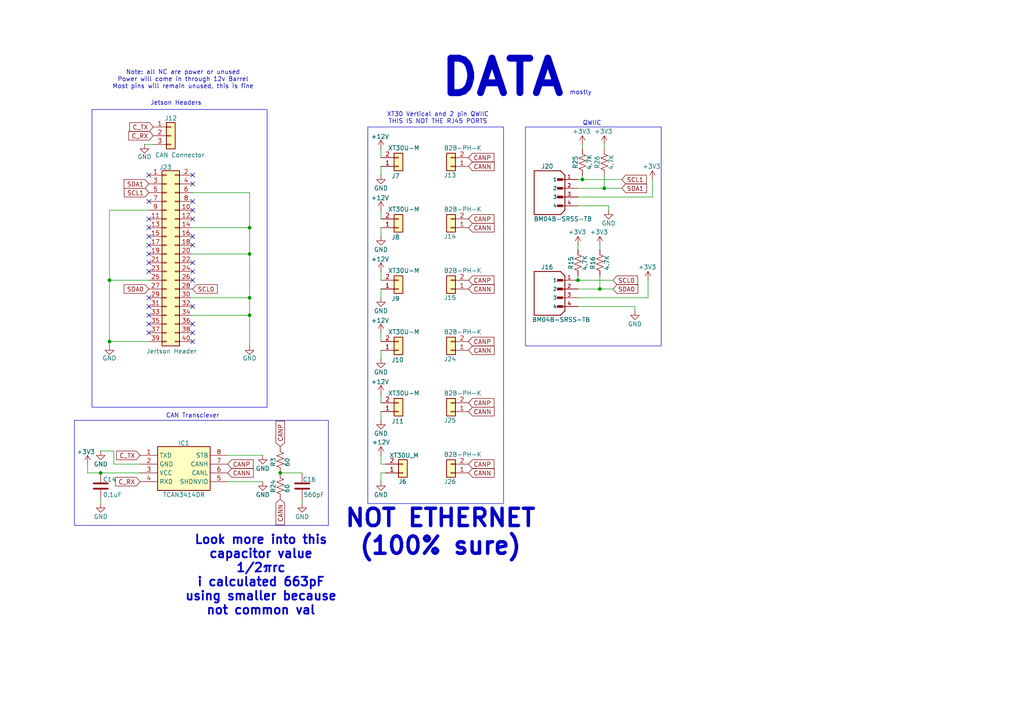
<source format=kicad_sch>
(kicad_sch (version 20250114) (generator "eeschema") (generator_version "9.0")
  (paper "A4")
  (title_block (title "Main Board 2025-2026") (date "2025-10-21") (rev "1.2") (company "GRR") (comment 1 "Currently WIP") (comment 2 "Sylvester Pudelko"))
  (lib_symbols
    (symbol "Connector_Generic:Conn_01x02" (pin_names (offset 1.016) (hide yes))
      (property "Reference" "J" (at 0 2.54 0))
      (property "Value" "Conn_01x02" (at 0 -5.08 0))
      (symbol "Conn_01x02_1_1"
        (rectangle (start -1.27 1.27) (end 1.27 -3.81) (stroke (width 0.254)) (fill (type background)))
        (rectangle (start -1.27 0.127) (end 0 -0.127) (stroke (width 0.1524)))
        (rectangle (start -1.27 -2.413) (end 0 -2.667) (stroke (width 0.1524)))
        (pin passive line (at -5.08 0 0) (length 3.81) (name "Pin_1") (number "1"))
        (pin passive line (at -5.08 -2.54 0) (length 3.81) (name "Pin_2") (number "2"))
      )
    )
    (symbol "Connector_Generic:Conn_01x03" (pin_names (offset 1.016) (hide yes))
      (property "Reference" "J" (at 0 5.08 0))
      (property "Value" "Conn_01x03" (at 0 -5.08 0))
      (symbol "Conn_01x03_1_1"
        (rectangle (start -1.27 3.81) (end 1.27 -3.81) (stroke (width 0.254)) (fill (type background)))
        (rectangle (start -1.27 2.667) (end 0 2.413) (stroke (width 0.1524)))
        (rectangle (start -1.27 0.127) (end 0 -0.127) (stroke (width 0.1524)))
        (rectangle (start -1.27 -2.413) (end 0 -2.667) (stroke (width 0.1524)))
        (pin passive line (at -5.08 2.54 0) (length 3.81) (name "Pin_1") (number "1"))
        (pin passive line (at -5.08 0 0) (length 3.81) (name "Pin_2") (number "2"))
        (pin passive line (at -5.08 -2.54 0) (length 3.81) (name "Pin_3") (number "3"))
      )
    )
    (symbol "Connector_Generic:Conn_02x20_Odd_Even" (pin_names (offset 1.016) (hide yes))
      (property "Reference" "J" (at 1.27 25.4 0))
      (property "Value" "Conn_02x20_Odd_Even" (at 1.27 -27.94 0))
      (symbol "Conn_02x20_Odd_Even_1_1"
        (rectangle (start -1.27 24.13) (end 3.81 -26.67) (stroke (width 0.254)) (fill (type background)))
        (rectangle (start -1.27 22.987) (end 0 22.733) (stroke (width 0.1524)))
        (rectangle (start -1.27 20.447) (end 0 20.193) (stroke (width 0.1524)))
        (rectangle (start -1.27 17.907) (end 0 17.653) (stroke (width 0.1524)))
        (rectangle (start -1.27 15.367) (end 0 15.113) (stroke (width 0.1524)))
        (rectangle (start -1.27 12.827) (end 0 12.573) (stroke (width 0.1524)))
        (rectangle (start -1.27 10.287) (end 0 10.033) (stroke (width 0.1524)))
        (rectangle (start -1.27 7.747) (end 0 7.493) (stroke (width 0.1524)))
        (rectangle (start -1.27 5.207) (end 0 4.953) (stroke (width 0.1524)))
        (rectangle (start -1.27 2.667) (end 0 2.413) (stroke (width 0.1524)))
        (rectangle (start -1.27 0.127) (end 0 -0.127) (stroke (width 0.1524)))
        (rectangle (start -1.27 -2.413) (end 0 -2.667) (stroke (width 0.1524)))
        (rectangle (start -1.27 -4.953) (end 0 -5.207) (stroke (width 0.1524)))
        (rectangle (start -1.27 -7.493) (end 0 -7.747) (stroke (width 0.1524)))
        (rectangle (start -1.27 -10.033) (end 0 -10.287) (stroke (width 0.1524)))
        (rectangle (start -1.27 -12.573) (end 0 -12.827) (stroke (width 0.1524)))
        (rectangle (start -1.27 -15.113) (end 0 -15.367) (stroke (width 0.1524)))
        (rectangle (start -1.27 -17.653) (end 0 -17.907) (stroke (width 0.1524)))
        (rectangle (start -1.27 -20.193) (end 0 -20.447) (stroke (width 0.1524)))
        (rectangle (start -1.27 -22.733) (end 0 -22.987) (stroke (width 0.1524)))
        (rectangle (start -1.27 -25.273) (end 0 -25.527) (stroke (width 0.1524)))
        (rectangle (start 3.81 22.987) (end 2.54 22.733) (stroke (width 0.1524)))
        (rectangle (start 3.81 20.447) (end 2.54 20.193) (stroke (width 0.1524)))
        (rectangle (start 3.81 17.907) (end 2.54 17.653) (stroke (width 0.1524)))
        (rectangle (start 3.81 15.367) (end 2.54 15.113) (stroke (width 0.1524)))
        (rectangle (start 3.81 12.827) (end 2.54 12.573) (stroke (width 0.1524)))
        (rectangle (start 3.81 10.287) (end 2.54 10.033) (stroke (width 0.1524)))
        (rectangle (start 3.81 7.747) (end 2.54 7.493) (stroke (width 0.1524)))
        (rectangle (start 3.81 5.207) (end 2.54 4.953) (stroke (width 0.1524)))
        (rectangle (start 3.81 2.667) (end 2.54 2.413) (stroke (width 0.1524)))
        (rectangle (start 3.81 0.127) (end 2.54 -0.127) (stroke (width 0.1524)))
        (rectangle (start 3.81 -2.413) (end 2.54 -2.667) (stroke (width 0.1524)))
        (rectangle (start 3.81 -4.953) (end 2.54 -5.207) (stroke (width 0.1524)))
        (rectangle (start 3.81 -7.493) (end 2.54 -7.747) (stroke (width 0.1524)))
        (rectangle (start 3.81 -10.033) (end 2.54 -10.287) (stroke (width 0.1524)))
        (rectangle (start 3.81 -12.573) (end 2.54 -12.827) (stroke (width 0.1524)))
        (rectangle (start 3.81 -15.113) (end 2.54 -15.367) (stroke (width 0.1524)))
        (rectangle (start 3.81 -17.653) (end 2.54 -17.907) (stroke (width 0.1524)))
        (rectangle (start 3.81 -20.193) (end 2.54 -20.447) (stroke (width 0.1524)))
        (rectangle (start 3.81 -22.733) (end 2.54 -22.987) (stroke (width 0.1524)))
        (rectangle (start 3.81 -25.273) (end 2.54 -25.527) (stroke (width 0.1524)))
        (pin passive line (at -5.08 22.86 0) (length 3.81) (name "Pin_1") (number "1"))
        (pin passive line (at -5.08 20.32 0) (length 3.81) (name "Pin_3") (number "3"))
        (pin passive line (at -5.08 17.78 0) (length 3.81) (name "Pin_5") (number "5"))
        (pin passive line (at -5.08 15.24 0) (length 3.81) (name "Pin_7") (number "7"))
        (pin passive line (at -5.08 12.7 0) (length 3.81) (name "Pin_9") (number "9"))
        (pin passive line (at -5.08 10.16 0) (length 3.81) (name "Pin_11") (number "11"))
        (pin passive line (at -5.08 7.62 0) (length 3.81) (name "Pin_13") (number "13"))
        (pin passive line (at -5.08 5.08 0) (length 3.81) (name "Pin_15") (number "15"))
        (pin passive line (at -5.08 2.54 0) (length 3.81) (name "Pin_17") (number "17"))
        (pin passive line (at -5.08 0 0) (length 3.81) (name "Pin_19") (number "19"))
        (pin passive line (at -5.08 -2.54 0) (length 3.81) (name "Pin_21") (number "21"))
        (pin passive line (at -5.08 -5.08 0) (length 3.81) (name "Pin_23") (number "23"))
        (pin passive line (at -5.08 -7.62 0) (length 3.81) (name "Pin_25") (number "25"))
        (pin passive line (at -5.08 -10.16 0) (length 3.81) (name "Pin_27") (number "27"))
        (pin passive line (at -5.08 -12.7 0) (length 3.81) (name "Pin_29") (number "29"))
        (pin passive line (at -5.08 -15.24 0) (length 3.81) (name "Pin_31") (number "31"))
        (pin passive line (at -5.08 -17.78 0) (length 3.81) (name "Pin_33") (number "33"))
        (pin passive line (at -5.08 -20.32 0) (length 3.81) (name "Pin_35") (number "35"))
        (pin passive line (at -5.08 -22.86 0) (length 3.81) (name "Pin_37") (number "37"))
        (pin passive line (at -5.08 -25.4 0) (length 3.81) (name "Pin_39") (number "39"))
        (pin passive line (at 7.62 22.86 180) (length 3.81) (name "Pin_2") (number "2"))
        (pin passive line (at 7.62 20.32 180) (length 3.81) (name "Pin_4") (number "4"))
        (pin passive line (at 7.62 17.78 180) (length 3.81) (name "Pin_6") (number "6"))
        (pin passive line (at 7.62 15.24 180) (length 3.81) (name "Pin_8") (number "8"))
        (pin passive line (at 7.62 12.7 180) (length 3.81) (name "Pin_10") (number "10"))
        (pin passive line (at 7.62 10.16 180) (length 3.81) (name "Pin_12") (number "12"))
        (pin passive line (at 7.62 7.62 180) (length 3.81) (name "Pin_14") (number "14"))
        (pin passive line (at 7.62 5.08 180) (length 3.81) (name "Pin_16") (number "16"))
        (pin passive line (at 7.62 2.54 180) (length 3.81) (name "Pin_18") (number "18"))
        (pin passive line (at 7.62 0 180) (length 3.81) (name "Pin_20") (number "20"))
        (pin passive line (at 7.62 -2.54 180) (length 3.81) (name "Pin_22") (number "22"))
        (pin passive line (at 7.62 -5.08 180) (length 3.81) (name "Pin_24") (number "24"))
        (pin passive line (at 7.62 -7.62 180) (length 3.81) (name "Pin_26") (number "26"))
        (pin passive line (at 7.62 -10.16 180) (length 3.81) (name "Pin_28") (number "28"))
        (pin passive line (at 7.62 -12.7 180) (length 3.81) (name "Pin_30") (number "30"))
        (pin passive line (at 7.62 -15.24 180) (length 3.81) (name "Pin_32") (number "32"))
        (pin passive line (at 7.62 -17.78 180) (length 3.81) (name "Pin_34") (number "34"))
        (pin passive line (at 7.62 -20.32 180) (length 3.81) (name "Pin_36") (number "36"))
        (pin passive line (at 7.62 -22.86 180) (length 3.81) (name "Pin_38") (number "38"))
        (pin passive line (at 7.62 -25.4 180) (length 3.81) (name "Pin_40") (number "40"))
      )
    )
    (symbol "Device:C" (pin_numbers (hide yes)) (pin_names (offset 0.254))
      (property "Reference" "C" (at 0.635 2.54 0))
      (property "Value" "C" (at 0.635 -2.54 0))
      (symbol "C_0_1"
        (polyline (pts (xy -2.032 0.762) (xy 2.032 0.762)) (stroke (width 0.508)))
        (polyline (pts (xy -2.032 -0.762) (xy 2.032 -0.762)) (stroke (width 0.508)))
      )
      (symbol "C_1_1"
        (pin passive line (at 0 3.81 270) (length 2.794) (name "~") (number "1"))
        (pin passive line (at 0 -3.81 90) (length 2.794) (name "~") (number "2"))
      )
    )
    (symbol "Device:R_US" (pin_numbers (hide yes)) (pin_names (offset 0))
      (property "Reference" "R" (at 2.54 0 90))
      (property "Value" "R_US" (at -2.54 0 90))
      (symbol "R_US_0_1"
        (polyline (pts (xy 0 2.286) (xy 0 2.54)))
        (polyline (pts (xy 0 2.286) (xy 1.016 1.905) (xy 0 1.524) (xy -1.016 1.143) (xy 0 0.762)))
        (polyline (pts (xy 0 0.762) (xy 1.016 0.381) (xy 0 0) (xy -1.016 -0.381) (xy 0 -0.762)))
        (polyline (pts (xy 0 -0.762) (xy 1.016 -1.143) (xy 0 -1.524) (xy -1.016 -1.905) (xy 0 -2.286)))
        (polyline (pts (xy 0 -2.286) (xy 0 -2.54)))
      )
      (symbol "R_US_1_1"
        (pin passive line (at 0 3.81 270) (length 1.27) (name "~") (number "1"))
        (pin passive line (at 0 -3.81 90) (length 1.27) (name "~") (number "2"))
      )
    )
    (symbol "QWIIC:PRT-14417" (pin_names (offset 1.016))
      (property "Reference" "J" (at -2.54 8.382 0))
      (property "Value" "PRT-14417" (at -2.54 -7.62 0))
      (symbol "PRT-14417_0_0"
        (polyline (pts (xy -3.81 6.35) (xy -3.81 -3.81)) (stroke (width 0.254)))
        (polyline (pts (xy -3.81 6.35) (xy -2.54 7.62)) (stroke (width 0.254)))
        (polyline (pts (xy -3.81 -3.81) (xy -2.54 -5.08)) (stroke (width 0.254)))
        (rectangle (start -3.175 4.7625) (end -1.5875 5.3975) (stroke (width 0.1)) (fill (type outline)))
        (rectangle (start -3.175 2.2225) (end -1.5875 2.8575) (stroke (width 0.1)) (fill (type outline)))
        (rectangle (start -3.175 -0.3175) (end -1.5875 0.3175) (stroke (width 0.1)) (fill (type outline)))
        (rectangle (start -3.175 -2.8575) (end -1.5875 -2.2225) (stroke (width 0.1)) (fill (type outline)))
        (polyline (pts (xy -2.54 -5.08) (xy 5.08 -5.08)) (stroke (width 0.254)))
        (polyline (pts (xy 5.08 7.62) (xy -2.54 7.62)) (stroke (width 0.254)))
        (polyline (pts (xy 5.08 -5.08) (xy 5.08 7.62)) (stroke (width 0.254)))
        (pin passive line (at -7.62 5.08 0) (length 5.08) (name "1") (number "1"))
        (pin passive line (at -7.62 2.54 0) (length 5.08) (name "2") (number "2"))
        (pin passive line (at -7.62 0 0) (length 5.08) (name "3") (number "3"))
        (pin passive line (at -7.62 -2.54 0) (length 5.08) (name "4") (number "4"))
      )
    )
    (symbol "TCAN3414DR:TCAN3414DR"
      (property "Reference" "IC1" (at 12.7 6.35 0))
      (property "Value" "TCAN3414DR" (at 12.7 3.81 0))
      (symbol "TCAN3414DR_1_1"
        (rectangle (start 5.08 2.54) (end 20.32 -10.16) (stroke (width 0.254)) (fill (type background)))
        (pin passive line (at 0 0 0) (length 5.08) (name "TXD") (number "1"))
        (pin passive line (at 0 -2.54 0) (length 5.08) (name "GND") (number "2"))
        (pin passive line (at 0 -5.08 0) (length 5.08) (name "VCC") (number "3"))
        (pin passive line (at 0 -7.62 0) (length 5.08) (name "RXD") (number "4"))
        (pin passive line (at 25.4 0 180) (length 5.08) (name "STB") (number "8"))
        (pin passive line (at 25.4 -2.54 180) (length 5.08) (name "CANH") (number "7"))
        (pin passive line (at 25.4 -5.08 180) (length 5.08) (name "CANL") (number "6"))
        (pin passive line (at 25.4 -7.62 180) (length 5.08) (name "SHDNVIO") (number "5"))
      )
    )
    (symbol "power:+12V" (power) (pin_numbers (hide yes)) (pin_names (offset 0) (hide yes))
      (property "Value" "+12V" (at 0 3.556 0))
      (symbol "+12V_0_1"
        (polyline (pts (xy -0.762 1.27) (xy 0 2.54)))
        (polyline (pts (xy 0 2.54) (xy 0.762 1.27)))
        (polyline (pts (xy 0 0) (xy 0 2.54)))
      )
      (symbol "+12V_1_1"
        (pin power_in line (at 0 0 90) (length 0) (name "~") (number "1"))
      )
    )
    (symbol "power:+3V3" (power) (pin_numbers (hide yes)) (pin_names (offset 0) (hide yes))
      (property "Value" "+3V3" (at 0 3.556 0))
      (symbol "+3V3_0_1"
        (polyline (pts (xy -0.762 1.27) (xy 0 2.54)))
        (polyline (pts (xy 0 2.54) (xy 0.762 1.27)))
        (polyline (pts (xy 0 0) (xy 0 2.54)))
      )
      (symbol "+3V3_1_1"
        (pin power_in line (at 0 0 90) (length 0) (name "~") (number "1"))
      )
    )
    (symbol "power:GND" (power) (pin_numbers (hide yes)) (pin_names (offset 0) (hide yes))
      (property "Value" "GND" (at 0 -3.81 0))
      (symbol "GND_0_1"
        (polyline (pts (xy 0 0) (xy 0 -1.27) (xy 1.27 -1.27) (xy 0 -2.54) (xy -1.27 -1.27) (xy 0 -1.27)))
      )
      (symbol "GND_1_1"
        (pin power_in line (at 0 0 270) (length 0) (name "~") (number "1"))
      )
    )
  )
  (rectangle (start 21.59 121.92) (end 95.25 152.4))
  (rectangle (start 152.4 36.83) (end 191.77 100.33))
  (rectangle (start 26.67 31.75) (end 77.47 118.11))
  (rectangle (start 106.68 36.83) (end 146.05 146.05))
  (text "Look more into this\ncapacitor value\n1/2πrc\ni calculated 663pF\nusing smaller because\nnot common val" (at 75.692 166.878 0) (effects (font (size 2.54 2.54) (thickness 0.508) (bold yes))))
  (text "mostly" (at 168.402 26.924 0) (effects (font (size 1.27 1.27))))
  (text "Note: all NC are power or unused\nPower will come in through 12v Barrel\nMost pins will remain unused, this is fine" (at 53.086 23.114 0) (effects (font (size 1.27 1.27))))
  (text "CAN Transciever" (at 55.88 120.65 0) (effects (font (size 1.27 1.27))))
  (text "Jetson Headers" (at 51.054 29.972 0) (effects (font (size 1.27 1.27))))
  (text "XT30 Vertical and 2 pin QWIIC\nTHIS IS NOT THE RJ45 PORTS" (at 127 34.29 0) (effects (font (size 1.27 1.27))))
  (text "DATA" (at 145.796 22.606 0) (effects (font (size 10 10) (thickness 2) (bold yes))))
  (text "NOT ETHERNET\n(100% sure)" (at 127.762 154.432 0) (effects (font (size 5 5) (thickness 1) (bold yes))))
  (text "QWIIC" (at 171.704 35.814 0) (effects (font (size 1.27 1.27))))
  (junction (at 72.39 91.44))
  (junction (at 72.39 66.04))
  (junction (at 29.21 137.16))
  (junction (at 175.26 54.61))
  (junction (at 81.28 137.16))
  (junction (at 72.39 86.36))
  (junction (at 72.39 73.66))
  (junction (at 173.99 83.82))
  (junction (at 31.75 81.28))
  (junction (at 168.91 52.07))
  (junction (at 31.75 99.06))
  (junction (at 167.64 81.28))
  (no_connect (at 55.88 88.9))
  (no_connect (at 43.18 66.04))
  (no_connect (at 55.88 68.58))
  (no_connect (at 43.18 76.2))
  (no_connect (at 55.88 58.42))
  (no_connect (at 55.88 78.74))
  (no_connect (at 55.88 63.5))
  (no_connect (at 43.18 68.58))
  (no_connect (at 43.18 78.74))
  (no_connect (at 43.18 73.66))
  (no_connect (at 55.88 60.96))
  (no_connect (at 43.18 88.9))
  (no_connect (at 55.88 81.28))
  (no_connect (at 43.18 63.5))
  (no_connect (at 55.88 50.8))
  (no_connect (at 43.18 96.52))
  (no_connect (at 55.88 99.06))
  (no_connect (at 43.18 58.42))
  (no_connect (at 43.18 71.12))
  (no_connect (at 55.88 53.34))
  (no_connect (at 55.88 71.12))
  (no_connect (at 55.88 76.2))
  (no_connect (at 55.88 93.98))
  (no_connect (at 43.18 91.44))
  (no_connect (at 43.18 86.36))
  (no_connect (at 43.18 93.98))
  (no_connect (at 55.88 96.52))
  (no_connect (at 43.18 50.8))
  (wire (pts (xy 110.49 96.52) (xy 110.49 99.06)))
  (wire (pts (xy 168.91 50.8) (xy 168.91 52.07)))
  (wire (pts (xy 72.39 73.66) (xy 72.39 86.36)))
  (wire (pts (xy 187.96 86.36) (xy 167.64 86.36)))
  (wire (pts (xy 168.91 41.91) (xy 168.91 43.18)))
  (wire (pts (xy 55.88 55.88) (xy 72.39 55.88)))
  (wire (pts (xy 110.49 60.96) (xy 110.49 63.5)))
  (wire (pts (xy 31.75 60.96) (xy 31.75 81.28)))
  (wire (pts (xy 43.18 81.28) (xy 31.75 81.28)))
  (wire (pts (xy 72.39 86.36) (xy 72.39 91.44)))
  (wire (pts (xy 25.4 134.62) (xy 25.4 137.16)))
  (wire (pts (xy 175.26 41.91) (xy 175.26 43.18)))
  (wire (pts (xy 184.15 90.17) (xy 184.15 88.9)))
  (wire (pts (xy 189.23 52.07) (xy 189.23 57.15)))
  (wire (pts (xy 41.91 41.91) (xy 44.45 41.91)))
  (wire (pts (xy 43.18 99.06) (xy 31.75 99.06)))
  (wire (pts (xy 167.64 71.12) (xy 167.64 72.39)))
  (wire (pts (xy 173.99 71.12) (xy 173.99 72.39)))
  (wire (pts (xy 173.99 83.82) (xy 167.64 83.82)))
  (wire (pts (xy 72.39 66.04) (xy 72.39 73.66)))
  (wire (pts (xy 43.18 60.96) (xy 31.75 60.96)))
  (wire (pts (xy 175.26 50.8) (xy 175.26 54.61)))
  (wire (pts (xy 110.49 114.3) (xy 110.49 116.84)))
  (wire (pts (xy 184.15 88.9) (xy 167.64 88.9)))
  (wire (pts (xy 167.64 80.01) (xy 167.64 81.28)))
  (wire (pts (xy 110.49 104.14) (xy 110.49 101.6)))
  (wire (pts (xy 29.21 137.16) (xy 40.64 137.16)))
  (wire (pts (xy 177.8 81.28) (xy 167.64 81.28)))
  (wire (pts (xy 55.88 91.44) (xy 72.39 91.44)))
  (wire (pts (xy 110.49 68.58) (xy 110.49 66.04)))
  (wire (pts (xy 168.91 52.07) (xy 167.64 52.07)))
  (wire (pts (xy 167.64 57.15) (xy 189.23 57.15)))
  (wire (pts (xy 110.49 132.08) (xy 110.49 134.62)))
  (wire (pts (xy 180.34 54.61) (xy 175.26 54.61)))
  (wire (pts (xy 55.88 86.36) (xy 72.39 86.36)))
  (wire (pts (xy 29.21 130.81) (xy 33.02 130.81)))
  (wire (pts (xy 176.53 59.69) (xy 167.64 59.69)))
  (wire (pts (xy 180.34 52.07) (xy 168.91 52.07)))
  (wire (pts (xy 31.75 99.06) (xy 31.75 100.33)))
  (wire (pts (xy 110.49 137.16) (xy 111.76 137.16)))
  (wire (pts (xy 55.88 66.04) (xy 72.39 66.04)))
  (wire (pts (xy 76.2 132.08) (xy 66.04 132.08)))
  (wire (pts (xy 173.99 80.01) (xy 173.99 83.82)))
  (wire (pts (xy 87.63 146.05) (xy 87.63 144.78)))
  (wire (pts (xy 76.2 139.7) (xy 66.04 139.7)))
  (wire (pts (xy 110.49 121.92) (xy 110.49 119.38)))
  (wire (pts (xy 81.28 137.16) (xy 87.63 137.16)))
  (wire (pts (xy 110.49 50.8) (xy 110.49 48.26)))
  (wire (pts (xy 110.49 43.18) (xy 110.49 45.72)))
  (wire (pts (xy 72.39 55.88) (xy 72.39 66.04)))
  (wire (pts (xy 31.75 81.28) (xy 31.75 99.06)))
  (wire (pts (xy 110.49 86.36) (xy 110.49 83.82)))
  (wire (pts (xy 187.96 81.28) (xy 187.96 86.36)))
  (wire (pts (xy 175.26 54.61) (xy 167.64 54.61)))
  (wire (pts (xy 25.4 137.16) (xy 29.21 137.16)))
  (wire (pts (xy 55.88 73.66) (xy 72.39 73.66)))
  (wire (pts (xy 72.39 91.44) (xy 72.39 100.33)))
  (wire (pts (xy 110.49 78.74) (xy 110.49 81.28)))
  (wire (pts (xy 110.49 139.7) (xy 110.49 137.16)))
  (wire (pts (xy 33.02 130.81) (xy 33.02 134.62)))
  (wire (pts (xy 177.8 83.82) (xy 173.99 83.82)))
  (wire (pts (xy 110.49 134.62) (xy 111.76 134.62)))
  (wire (pts (xy 176.53 60.96) (xy 176.53 59.69)))
  (wire (pts (xy 33.02 134.62) (xy 40.64 134.62)))
  (wire (pts (xy 29.21 146.05) (xy 29.21 144.78)))
  (global_label "CANP" (shape input) (at 135.89 81.28 0) (property "Intersheetrefs" "${INTERSHEET_REFS}" (effects (hide yes))))
  (global_label "SCL1" (shape input) (at 180.34 52.07 0) (property "Intersheetrefs" "${INTERSHEET_REFS}" (effects (hide yes))))
  (global_label "CANP" (shape input) (at 66.04 134.62 0) (property "Intersheetrefs" "${INTERSHEET_REFS}" (effects (hide yes))))
  (global_label "CANP" (shape input) (at 135.89 45.72 0) (property "Intersheetrefs" "${INTERSHEET_REFS}" (effects (hide yes))))
  (global_label "CANP" (shape input) (at 135.89 116.84 0) (property "Intersheetrefs" "${INTERSHEET_REFS}" (effects (hide yes))))
  (global_label "C_TX" (shape input) (at 40.64 132.08 180) (property "Intersheetrefs" "${INTERSHEET_REFS}" (effects (hide yes))))
  (global_label "CANN" (shape input) (at 135.89 119.38 0) (property "Intersheetrefs" "${INTERSHEET_REFS}" (effects (hide yes))))
  (global_label "SDA1" (shape input) (at 43.18 53.34 180) (property "Intersheetrefs" "${INTERSHEET_REFS}" (effects (hide yes))))
  (global_label "CANN" (shape input) (at 81.28 144.78 270) (property "Intersheetrefs" "${INTERSHEET_REFS}" (effects (hide yes))))
  (global_label "CANN" (shape input) (at 135.89 48.26 0) (property "Intersheetrefs" "${INTERSHEET_REFS}" (effects (hide yes))))
  (global_label "SCL0" (shape input) (at 55.88 83.82 0) (property "Intersheetrefs" "${INTERSHEET_REFS}" (effects (hide yes))))
  (global_label "SDA0" (shape input) (at 43.18 83.82 180) (property "Intersheetrefs" "${INTERSHEET_REFS}" (effects (hide yes))))
  (global_label "SDA0" (shape input) (at 177.8 83.82 0) (property "Intersheetrefs" "${INTERSHEET_REFS}" (effects (hide yes))))
  (global_label "CANN" (shape input) (at 135.89 66.04 0) (property "Intersheetrefs" "${INTERSHEET_REFS}" (effects (hide yes))))
  (global_label "CANN" (shape input) (at 66.04 137.16 0) (property "Intersheetrefs" "${INTERSHEET_REFS}" (effects (hide yes))))
  (global_label "CANP" (shape input) (at 135.89 99.06 0) (property "Intersheetrefs" "${INTERSHEET_REFS}" (effects (hide yes))))
  (global_label "CANN" (shape input) (at 135.89 101.6 0) (property "Intersheetrefs" "${INTERSHEET_REFS}" (effects (hide yes))))
  (global_label "C_RX" (shape input) (at 44.45 39.37 180) (property "Intersheetrefs" "${INTERSHEET_REFS}" (effects (hide yes))))
  (global_label "SCL0" (shape input) (at 177.8 81.28 0) (property "Intersheetrefs" "${INTERSHEET_REFS}" (effects (hide yes))))
  (global_label "C_TX" (shape input) (at 44.45 36.83 180) (property "Intersheetrefs" "${INTERSHEET_REFS}" (effects (hide yes))))
  (global_label "SDA1" (shape input) (at 180.34 54.61 0) (property "Intersheetrefs" "${INTERSHEET_REFS}" (effects (hide yes))))
  (global_label "SCL1" (shape input) (at 43.18 55.88 180) (property "Intersheetrefs" "${INTERSHEET_REFS}" (effects (hide yes))))
  (global_label "C_RX" (shape input) (at 40.64 139.7 180) (property "Intersheetrefs" "${INTERSHEET_REFS}" (effects (hide yes))))
  (global_label "CANP" (shape input) (at 81.28 129.54 90) (property "Intersheetrefs" "${INTERSHEET_REFS}" (effects (hide yes))))
  (global_label "CANN" (shape input) (at 135.89 137.16 0) (property "Intersheetrefs" "${INTERSHEET_REFS}" (effects (hide yes))))
  (global_label "CANP" (shape input) (at 135.89 134.62 0) (property "Intersheetrefs" "${INTERSHEET_REFS}" (effects (hide yes))))
  (global_label "CANN" (shape input) (at 135.89 83.82 0) (property "Intersheetrefs" "${INTERSHEET_REFS}" (effects (hide yes))))
  (global_label "CANP" (shape input) (at 135.89 63.5 0) (property "Intersheetrefs" "${INTERSHEET_REFS}" (effects (hide yes))))
  (symbol (lib_id "power:GND") (at 41.91 41.91 0) (unit 1)
    (property "Reference" "#PWR045" (effects (hide yes)))
    (property "Value" "GND" (at 41.91 45.466 0))
    (property "Description" "Power symbol creates a global label with name \"GND\" , ground" (effects (hide yes)))
  )
  (symbol (lib_id "Device:C") (at 87.63 140.97 0) (unit 1)
    (property "Reference" "C16" (at 87.757 139.0649 0) (effects (justify left)))
    (property "Value" "560pF" (at 88.011 143.5099 0) (effects (justify left)))
    (property "Footprint" "Capacitor_SMD:C_0805_2012Metric_Pad1.18x1.45mm_HandSolder" (effects (hide yes)))
    (property "Description" "Unpolarized capacitor" (effects (hide yes)))
  )
  (symbol (lib_id "power:+12V") (at 110.49 43.18 0) (unit 1)
    (property "Reference" "#PWR035" (effects (hide yes)))
    (property "Value" "+12V" (at 110.236 39.624 0))
    (property "Description" "Power symbol creates a global label with name \"+12V\"" (effects (hide yes)))
  )
  (symbol (lib_id "Connector_Generic:Conn_01x02") (at 130.81 83.82 180) (unit 1)
    (property "Reference" "J15" (at 132.334 86.3601 0) (effects (justify left)))
    (property "Value" "B2B-PH-K" (at 139.7 78.4861 0) (effects (justify left)))
    (property "Footprint" "Connector_JST:JST_PH_B2B-PH-K_1x02_P2.00mm_Vertical" (effects (hide yes)))
    (property "Description" "Generic connector, single row, 01x02, script generated (kicad-library-utils/schlib/autogen/connector/)" (effects (hide yes)))
  )
  (symbol (lib_id "Device:R_US") (at 175.26 46.99 0) (unit 1)
    (property "Reference" "R26" (at 173.228 49.0219 90) (effects (justify left)))
    (property "Value" "4.7K" (at 177.292 49.2759 90) (effects (justify left)))
    (property "Footprint" "Resistor_SMD:R_0805_2012Metric_Pad1.20x1.40mm_HandSolder" (effects (hide yes)))
    (property "Description" "Resistor, US symbol" (effects (hide yes)))
  )
  (symbol (lib_id "power:GND") (at 29.21 130.81 0) (unit 1)
    (property "Reference" "#PWR054" (effects (hide yes)))
    (property "Value" "GND" (at 29.21 134.62 0))
    (property "Description" "Power symbol creates a global label with name \"GND\" , ground" (effects (hide yes)))
  )
  (symbol (lib_id "Connector_Generic:Conn_01x02") (at 130.81 137.16 180) (unit 1)
    (property "Reference" "J26" (at 132.334 139.7001 0) (effects (justify left)))
    (property "Value" "B2B-PH-K" (at 139.7 131.8261 0) (effects (justify left)))
    (property "Footprint" "Connector_JST:JST_PH_B2B-PH-K_1x02_P2.00mm_Vertical" (effects (hide yes)))
    (property "Description" "Generic connector, single row, 01x02, script generated (kicad-library-utils/schlib/autogen/connector/)" (effects (hide yes)))
  )
  (symbol (lib_id "Connector_Generic:Conn_02x20_Odd_Even") (at 48.26 73.66 0) (unit 1)
    (property "Reference" "J23" (at 48.006 48.514 0))
    (property "Value" "Jertson Header" (at 49.784 101.854 0))
    (property "Footprint" "Connector_PinHeader_2.54mm:PinHeader_2x20_P2.54mm_Vertical" (effects (hide yes)))
    (property "Description" "Generic connector, double row, 02x20, odd/even pin numbering scheme (row 1 odd numbers, row 2 even numbers), script generated (kicad-library-utils/schlib/autogen/connector/)" (effects (hide yes)))
  )
  (symbol (lib_id "power:GND") (at 29.21 146.05 0) (unit 1)
    (property "Reference" "#PWR055" (effects (hide yes)))
    (property "Value" "GND" (at 29.21 149.86 0))
    (property "Description" "Power symbol creates a global label with name \"GND\" , ground" (effects (hide yes)))
  )
  (symbol (lib_id "Connector_Generic:Conn_01x02") (at 115.57 83.82 0) (mirror x) (unit 1)
    (property "Reference" "J9" (at 113.538 86.6141 0) (effects (justify left)))
    (property "Value" "XT30U-M" (at 112.522 78.4861 0) (effects (justify left)))
    (property "Footprint" "Connector_AMASS:AMASS_XT30U-M_1x02_P5.0mm_Vertical" (effects (hide yes)))
    (property "Description" "Generic connector, single row, 01x02, script generated (kicad-library-utils/schlib/autogen/connector/)" (effects (hide yes)))
  )
  (symbol (lib_id "Device:R_US") (at 173.99 76.2 0) (unit 1)
    (property "Reference" "R16" (at 171.958 78.2319 90) (effects (justify left)))
    (property "Value" "4.7K" (at 176.022 78.4859 90) (effects (justify left)))
    (property "Footprint" "Resistor_SMD:R_0805_2012Metric_Pad1.20x1.40mm_HandSolder" (effects (hide yes)))
    (property "Description" "Resistor, US symbol" (effects (hide yes)))
  )
  (symbol (lib_id "Connector_Generic:Conn_01x02") (at 115.57 119.38 0) (mirror x) (unit 1)
    (property "Reference" "J11" (at 113.538 122.1741 0) (effects (justify left)))
    (property "Value" "XT30U-M" (at 112.522 114.0461 0) (effects (justify left)))
    (property "Footprint" "Connector_AMASS:AMASS_XT30U-M_1x02_P5.0mm_Vertical" (effects (hide yes)))
    (property "Description" "Generic connector, single row, 01x02, script generated (kicad-library-utils/schlib/autogen/connector/)" (effects (hide yes)))
  )
  (symbol (lib_id "power:+12V") (at 110.49 132.08 0) (unit 1)
    (property "Reference" "#PWR033" (effects (hide yes)))
    (property "Value" "+12V" (at 110.49 128.27 0))
    (property "Description" "Power symbol creates a global label with name \"+12V\"" (effects (hide yes)))
  )
  (symbol (lib_id "power:GND") (at 76.2 132.08 0) (unit 1)
    (property "Reference" "#PWR057" (effects (hide yes)))
    (property "Value" "GND" (at 76.2 135.89 0))
    (property "Description" "Power symbol creates a global label with name \"GND\" , ground" (effects (hide yes)))
  )
  (symbol (lib_id "Connector_Generic:Conn_01x02") (at 115.57 48.26 0) (mirror x) (unit 1)
    (property "Reference" "J7" (at 113.538 51.0541 0) (effects (justify left)))
    (property "Value" "XT30U-M" (at 112.522 42.9261 0) (effects (justify left)))
    (property "Footprint" "Connector_AMASS:AMASS_XT30U-M_1x02_P5.0mm_Vertical" (effects (hide yes)))
    (property "Description" "Generic connector, single row, 01x02, script generated (kicad-library-utils/schlib/autogen/connector/)" (effects (hide yes)))
  )
  (symbol (lib_id "power:+12V") (at 110.49 60.96 0) (unit 1)
    (property "Reference" "#PWR037" (effects (hide yes)))
    (property "Value" "+12V" (at 110.236 57.404 0))
    (property "Description" "Power symbol creates a global label with name \"+12V\"" (effects (hide yes)))
  )
  (symbol (lib_id "Device:R_US") (at 81.28 133.35 0) (unit 1)
    (property "Reference" "R3" (at 79.248 135.3819 90) (effects (justify left)))
    (property "Value" "60" (at 83.312 135.3819 90) (effects (justify left)))
    (property "Footprint" "Resistor_SMD:R_0805_2012Metric_Pad1.20x1.40mm_HandSolder" (effects (hide yes)))
    (property "Description" "Resistor, US symbol" (effects (hide yes)))
  )
  (symbol (lib_id "power:+12V") (at 110.49 114.3 0) (unit 1)
    (property "Reference" "#PWR041" (effects (hide yes)))
    (property "Value" "+12V" (at 110.236 110.744 0))
    (property "Description" "Power symbol creates a global label with name \"+12V\"" (effects (hide yes)))
  )
  (symbol (lib_id "power:+3V3") (at 175.26 41.91 0) (unit 1)
    (property "Reference" "#PWR048" (effects (hide yes)))
    (property "Value" "+3V3" (at 175.006 38.1 0))
    (property "Description" "Power symbol creates a global label with name \"+3V3\"" (effects (hide yes)))
  )
  (symbol (lib_id "power:+3V3") (at 167.64 71.12 0) (unit 1)
    (property "Reference" "#PWR069" (effects (hide yes)))
    (property "Value" "+3V3" (at 167.386 67.31 0))
    (property "Description" "Power symbol creates a global label with name \"+3V3\"" (effects (hide yes)))
  )
  (symbol (lib_id "power:GND") (at 110.49 86.36 0) (unit 1)
    (property "Reference" "#PWR040" (effects (hide yes)))
    (property "Value" "GND" (at 110.49 90.17 0))
    (property "Description" "Power symbol creates a global label with name \"GND\" , ground" (effects (hide yes)))
  )
  (symbol (lib_id "power:+3V3") (at 189.23 52.07 0) (unit 1)
    (property "Reference" "#PWR086" (effects (hide yes)))
    (property "Value" "+3V3" (at 188.976 48.26 0))
    (property "Description" "Power symbol creates a global label with name \"+3V3\"" (effects (hide yes)))
  )
  (symbol (lib_id "power:GND") (at 110.49 139.7 0) (unit 1)
    (property "Reference" "#PWR034" (effects (hide yes)))
    (property "Value" "GND" (at 110.49 143.51 0))
    (property "Description" "Power symbol creates a global label with name \"GND\" , ground" (effects (hide yes)))
  )
  (symbol (lib_id "Connector_Generic:Conn_01x02") (at 130.81 66.04 180) (unit 1)
    (property "Reference" "J14" (at 132.334 68.5801 0) (effects (justify left)))
    (property "Value" "B2B-PH-K" (at 139.7 60.7061 0) (effects (justify left)))
    (property "Footprint" "Connector_JST:JST_PH_B2B-PH-K_1x02_P2.00mm_Vertical" (effects (hide yes)))
    (property "Description" "Generic connector, single row, 01x02, script generated (kicad-library-utils/schlib/autogen/connector/)" (effects (hide yes)))
  )
  (symbol (lib_id "Connector_Generic:Conn_01x02") (at 115.57 66.04 0) (mirror x) (unit 1)
    (property "Reference" "J8" (at 113.538 68.8341 0) (effects (justify left)))
    (property "Value" "XT30U-M" (at 112.522 60.7061 0) (effects (justify left)))
    (property "Footprint" "Connector_AMASS:AMASS_XT30U-M_1x02_P5.0mm_Vertical" (effects (hide yes)))
    (property "Description" "Generic connector, single row, 01x02, script generated (kicad-library-utils/schlib/autogen/connector/)" (effects (hide yes)))
  )
  (symbol (lib_id "Connector_Generic:Conn_01x02") (at 115.57 101.6 0) (mirror x) (unit 1)
    (property "Reference" "J10" (at 113.538 104.3941 0) (effects (justify left)))
    (property "Value" "XT30U-M" (at 112.522 96.2661 0) (effects (justify left)))
    (property "Footprint" "Connector_AMASS:AMASS_XT30U-M_1x02_P5.0mm_Vertical" (effects (hide yes)))
    (property "Description" "Generic connector, single row, 01x02, script generated (kicad-library-utils/schlib/autogen/connector/)" (effects (hide yes)))
  )
  (symbol (lib_id "power:GND") (at 110.49 50.8 0) (unit 1)
    (property "Reference" "#PWR036" (effects (hide yes)))
    (property "Value" "GND" (at 110.49 54.61 0))
    (property "Description" "Power symbol creates a global label with name \"GND\" , ground" (effects (hide yes)))
  )
  (symbol (lib_id "QWIIC:PRT-14417") (at 160.02 57.15 0) (mirror y) (unit 1)
    (property "Reference" "J20" (at 160.528 48.2599 0) (effects (justify left)))
    (property "Value" "BM04B-SRSS-TB" (at 171.704 63.4999 0) (effects (justify left)))
    (property "Footprint" "Connector_JST:JST_SH_BM04B-SRSS-TB_1x04-1MP_P1.00mm_Vertical" (effects (hide yes)))
    (property "PARTREV" "NA" (effects (hide yes)))
    (property "STANDARD" "Manufacturer Recommendations" (effects (hide yes)))
    (property "MAXIMUM_PACKAGE_HEIGHT" "2.9 mm" (effects (hide yes)))
    (property "MANUFACTURER" "SparkFun Electronics" (effects (hide yes)))
  )
  (symbol (lib_id "Connector_Generic:Conn_01x02") (at 130.81 119.38 180) (unit 1)
    (property "Reference" "J25" (at 132.334 121.9201 0) (effects (justify left)))
    (property "Value" "B2B-PH-K" (at 139.7 114.0461 0) (effects (justify left)))
    (property "Footprint" "Connector_JST:JST_PH_B2B-PH-K_1x02_P2.00mm_Vertical" (effects (hide yes)))
    (property "Description" "Generic connector, single row, 01x02, script generated (kicad-library-utils/schlib/autogen/connector/)" (effects (hide yes)))
  )
  (symbol (lib_id "power:+3V3") (at 173.99 71.12 0) (unit 1)
    (property "Reference" "#PWR070" (effects (hide yes)))
    (property "Value" "+3V3" (at 173.736 67.31 0))
    (property "Description" "Power symbol creates a global label with name \"+3V3\"" (effects (hide yes)))
  )
  (symbol (lib_id "Device:R_US") (at 167.64 76.2 0) (unit 1)
    (property "Reference" "R15" (at 165.608 78.2319 90) (effects (justify left)))
    (property "Value" "4.7K" (at 169.672 78.4859 90) (effects (justify left)))
    (property "Footprint" "Resistor_SMD:R_0805_2012Metric_Pad1.20x1.40mm_HandSolder" (effects (hide yes)))
    (property "Description" "Resistor, US symbol" (effects (hide yes)))
  )
  (symbol (lib_id "power:+12V") (at 110.49 96.52 0) (unit 1)
    (property "Reference" "#PWR031" (effects (hide yes)))
    (property "Value" "+12V" (at 110.236 92.964 0))
    (property "Description" "Power symbol creates a global label with name \"+12V\"" (effects (hide yes)))
  )
  (symbol (lib_id "Device:R_US") (at 81.28 140.97 0) (unit 1)
    (property "Reference" "R24" (at 79.248 143.0019 90) (effects (justify left)))
    (property "Value" "60" (at 83.312 143.0019 90) (effects (justify left)))
    (property "Footprint" "Resistor_SMD:R_0805_2012Metric_Pad1.20x1.40mm_HandSolder" (effects (hide yes)))
    (property "Description" "Resistor, US symbol" (effects (hide yes)))
  )
  (symbol (lib_id "power:GND") (at 76.2 139.7 0) (unit 1)
    (property "Reference" "#PWR056" (effects (hide yes)))
    (property "Value" "GND" (at 76.2 143.51 0))
    (property "Description" "Power symbol creates a global label with name \"GND\" , ground" (effects (hide yes)))
  )
  (symbol (lib_id "power:GND") (at 31.75 100.33 0) (unit 1)
    (property "Reference" "#PWR049" (effects (hide yes)))
    (property "Value" "GND" (at 31.75 103.886 0))
    (property "Description" "Power symbol creates a global label with name \"GND\" , ground" (effects (hide yes)))
  )
  (symbol (lib_id "power:GND") (at 110.49 68.58 0) (unit 1)
    (property "Reference" "#PWR038" (effects (hide yes)))
    (property "Value" "GND" (at 110.49 72.39 0))
    (property "Description" "Power symbol creates a global label with name \"GND\" , ground" (effects (hide yes)))
  )
  (symbol (lib_id "power:GND") (at 176.53 60.96 0) (unit 1)
    (property "Reference" "#PWR085" (effects (hide yes)))
    (property "Value" "GND" (at 176.53 64.77 0))
    (property "Description" "Power symbol creates a global label with name \"GND\" , ground" (effects (hide yes)))
  )
  (symbol (lib_id "Connector_Generic:Conn_01x02") (at 130.81 101.6 180) (unit 1)
    (property "Reference" "J24" (at 132.334 104.1401 0) (effects (justify left)))
    (property "Value" "B2B-PH-K" (at 139.7 96.2661 0) (effects (justify left)))
    (property "Footprint" "Connector_JST:JST_PH_B2B-PH-K_1x02_P2.00mm_Vertical" (effects (hide yes)))
    (property "Description" "Generic connector, single row, 01x02, script generated (kicad-library-utils/schlib/autogen/connector/)" (effects (hide yes)))
  )
  (symbol (lib_id "power:GND") (at 110.49 121.92 0) (unit 1)
    (property "Reference" "#PWR042" (effects (hide yes)))
    (property "Value" "GND" (at 110.49 125.73 0))
    (property "Description" "Power symbol creates a global label with name \"GND\" , ground" (effects (hide yes)))
  )
  (symbol (lib_id "power:+3V3") (at 187.96 81.28 0) (unit 1)
    (property "Reference" "#PWR064" (effects (hide yes)))
    (property "Value" "+3V3" (at 187.706 77.47 0))
    (property "Description" "Power symbol creates a global label with name \"+3V3\"" (effects (hide yes)))
  )
  (symbol (lib_id "power:+3V3") (at 25.4 134.62 0) (unit 1)
    (property "Reference" "#PWR053" (effects (hide yes)))
    (property "Value" "+3V3" (at 24.892 131.064 0))
    (property "Description" "Power symbol creates a global label with name \"+3V3\"" (effects (hide yes)))
  )
  (symbol (lib_id "power:GND") (at 87.63 146.05 0) (unit 1)
    (property "Reference" "#PWR046" (effects (hide yes)))
    (property "Value" "GND" (at 87.63 149.86 0))
    (property "Description" "Power symbol creates a global label with name \"GND\" , ground" (effects (hide yes)))
  )
  (symbol (lib_id "QWIIC:PRT-14417") (at 160.02 86.36 0) (mirror y) (unit 1)
    (property "Reference" "J16" (at 160.528 77.4699 0) (effects (justify left)))
    (property "Value" "BM04B-SRSS-TB" (at 171.196 92.7099 0) (effects (justify left)))
    (property "Footprint" "Connector_JST:JST_SH_BM04B-SRSS-TB_1x04-1MP_P1.00mm_Vertical" (effects (hide yes)))
    (property "PARTREV" "NA" (effects (hide yes)))
    (property "STANDARD" "Manufacturer Recommendations" (effects (hide yes)))
    (property "MAXIMUM_PACKAGE_HEIGHT" "2.9 mm" (effects (hide yes)))
    (property "MANUFACTURER" "SparkFun Electronics" (effects (hide yes)))
  )
  (symbol (lib_id "power:GND") (at 184.15 90.17 0) (unit 1)
    (property "Reference" "#PWR065" (effects (hide yes)))
    (property "Value" "GND" (at 184.15 93.98 0))
    (property "Description" "Power symbol creates a global label with name \"GND\" , ground" (effects (hide yes)))
  )
  (symbol (lib_id "Connector_Generic:Conn_01x02") (at 130.81 48.26 180) (unit 1)
    (property "Reference" "J13" (at 132.334 50.8001 0) (effects (justify left)))
    (property "Value" "B2B-PH-K" (at 139.7 42.9261 0) (effects (justify left)))
    (property "Footprint" "Connector_JST:JST_PH_B2B-PH-K_1x02_P2.00mm_Vertical" (effects (hide yes)))
    (property "Description" "Generic connector, single row, 01x02, script generated (kicad-library-utils/schlib/autogen/connector/)" (effects (hide yes)))
  )
  (symbol (lib_id "TCAN3414DR:TCAN3414DR") (at 40.64 132.08 0) (unit 1)
    (property "Reference" "IC1" (at 53.34 128.524 0))
    (property "Value" "TCAN3414DR" (at 53.34 143.51 0))
    (property "Footprint" "Package_SO:SOIC-8_3.9x4.9mm_P1.27mm" (effects (hide yes)))
    (property "Datasheet" "https://www.ti.com/lit/ds/symlink/tcan3414.pdf?ts=1713723144569&ref_url=https%253A%252F%252Fwww.mouser.ch%252F" (effects (hide yes)))
    (property "Description" "3.3-V CAN FD transceiver with shut-down and standby mode" (effects (hide yes)))
    (property "Height" "1.75" (effects (hide yes)))
    (property "Mouser Part Number" "595-TCAN3414DR" (effects (hide yes)))
    (property "Mouser Price/Stock" "https://www.mouser.co.uk/ProductDetail/Texas-Instruments/TCAN3414DR?qs=mELouGlnn3egF2AojRJddw%3D%3D" (effects (hide yes)))
    (property "Manufacturer_Name" "Texas Instruments" (effects (hide yes)))
    (property "Manufacturer_Part_Number" "TCAN3414DR" (effects (hide yes)))
  )
  (symbol (lib_id "Device:C") (at 29.21 140.97 0) (unit 1)
    (property "Reference" "C14" (at 29.845 139.0649 0) (effects (justify left)))
    (property "Value" "0.1uF" (at 29.845 143.5099 0) (effects (justify left)))
    (property "Footprint" "Capacitor_SMD:C_0805_2012Metric_Pad1.18x1.45mm_HandSolder" (effects (hide yes)))
    (property "Description" "Unpolarized capacitor" (effects (hide yes)))
  )
  (symbol (lib_id "Connector_Generic:Conn_01x03") (at 49.53 39.37 0) (unit 1)
    (property "Reference" "J12" (at 47.752 34.2899 0) (effects (justify left)))
    (property "Value" "CAN Connector" (at 44.958 44.958 0) (effects (justify left)))
    (property "Footprint" "Connector_PinHeader_2.54mm:PinHeader_1x03_P2.54mm_Vertical" (effects (hide yes)))
    (property "Description" "Generic connector, single row, 01x03, script generated (kicad-library-utils/schlib/autogen/connector/)" (effects (hide yes)))
  )
  (symbol (lib_id "power:+12V") (at 110.49 78.74 0) (unit 1)
    (property "Reference" "#PWR039" (effects (hide yes)))
    (property "Value" "+12V" (at 110.236 75.184 0))
    (property "Description" "Power symbol creates a global label with name \"+12V\"" (effects (hide yes)))
  )
  (symbol (lib_id "power:GND") (at 110.49 104.14 0) (unit 1)
    (property "Reference" "#PWR032" (effects (hide yes)))
    (property "Value" "GND" (at 110.49 107.95 0))
    (property "Description" "Power symbol creates a global label with name \"GND\" , ground" (effects (hide yes)))
  )
  (symbol (lib_id "Device:R_US") (at 168.91 46.99 0) (unit 1)
    (property "Reference" "R25" (at 166.878 49.0219 90) (effects (justify left)))
    (property "Value" "4.7K" (at 170.942 49.2759 90) (effects (justify left)))
    (property "Footprint" "Resistor_SMD:R_0805_2012Metric_Pad1.20x1.40mm_HandSolder" (effects (hide yes)))
    (property "Description" "Resistor, US symbol" (effects (hide yes)))
  )
  (symbol (lib_id "Connector_Generic:Conn_01x02") (at 116.84 137.16 0) (mirror x) (unit 1)
    (property "Reference" "J6" (at 115.57 139.7001 0) (effects (justify left)))
    (property "Value" "XT30U_M" (at 112.903 132.0801 0) (effects (justify left)))
    (property "Footprint" "Connector_AMASS:AMASS_XT30U-M_1x02_P5.0mm_Vertical" (effects (hide yes)))
    (property "Description" "Generic connector, single row, 01x02, script generated (kicad-library-utils/schlib/autogen/connector/)" (effects (hide yes)))
  )
  (symbol (lib_id "power:+3V3") (at 168.91 41.91 0) (unit 1)
    (property "Reference" "#PWR047" (effects (hide yes)))
    (property "Value" "+3V3" (at 168.656 38.1 0))
    (property "Description" "Power symbol creates a global label with name \"+3V3\"" (effects (hide yes)))
  )
  (symbol (lib_id "power:GND") (at 72.39 100.33 0) (unit 1)
    (property "Reference" "#PWR051" (effects (hide yes)))
    (property "Value" "GND" (at 72.39 103.886 0))
    (property "Description" "Power symbol creates a global label with name \"GND\" , ground" (effects (hide yes)))
  )
)
</source>
